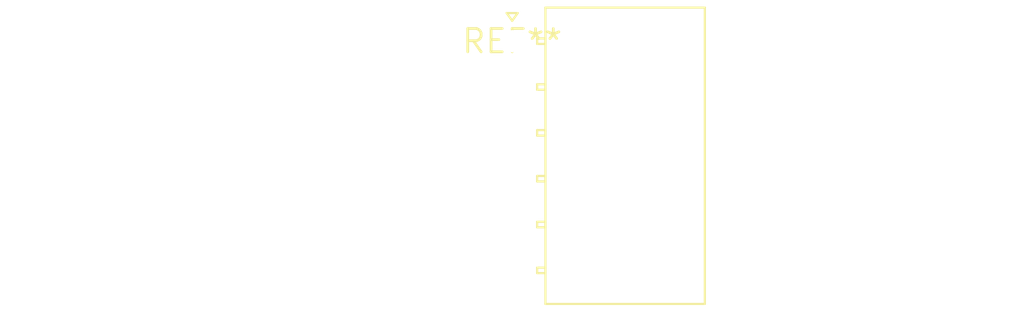
<source format=kicad_pcb>
(kicad_pcb (version 20240108) (generator pcbnew)
  (layers (0 "F.Cu" signal) (31 "B.Cu" signal) (34 "B.Paste" user) (35 "F.Paste" user) (36 "B.SilkS" user "B.Silkscreen") (37 "F.SilkS" user "F.Silkscreen") (38 "B.Mask" user) (39 "F.Mask" user) (44 "Edge.Cuts" user))
  (net 0 "")
  (footprint "Molex_Nano-Fit_105313-xx06_1x06_P2.50mm_Horizontal" (layer "F.Cu") (at 0 0)
    (property "Reference" "REF**")
    (property "Value" "Molex_Nano-Fit_105313-xx06_1x06_P2.50mm_Horizontal")
    (fp_line (start -0.3 -1.534264) (end 0 -1.11) (layer "F.SilkS") (stroke (width 0.12)))
    (fp_line (start 0 -1.11) (end 0.3 -1.534264) (layer "F.SilkS") (stroke (width 0.12)))
    (fp_line (start 0.3 -1.534264) (end -0.3 -1.534264) (layer "F.SilkS") (stroke (width 0.12)))
    (fp_line (start 1.36 -0.15) (end 1.36 0.15) (layer "F.SilkS") (stroke (width 0.12)))
    (fp_line (start 1.36 0.15) (end 1.81 0.15) (layer "F.SilkS") (stroke (width 0.12)))
    (fp_line (start 1.36 2.35) (end 1.36 2.65) (layer "F.SilkS") (stroke (width 0.12)))
    (fp_line (start 1.36 2.65) (end 1.81 2.65) (layer "F.SilkS") (stroke (width 0.12)))
    (fp_line (start 1.36 4.85) (end 1.36 5.15) (layer "F.SilkS") (stroke (width 0.12)))
    (fp_line (start 1.36 5.15) (end 1.81 5.15) (layer "F.SilkS") (stroke (width 0.12)))
    (fp_line (start 1.36 7.35) (end 1.36 7.65) (layer "F.SilkS") (stroke (width 0.12)))
    (fp_line (start 1.36 7.65) (end 1.81 7.65) (layer "F.SilkS") (stroke (width 0.12)))
    (fp_line (start 1.36 9.85) (end 1.36 10.15) (layer "F.SilkS") (stroke (width 0.12)))
    (fp_line (start 1.36 10.15) (end 1.81 10.15) (layer "F.SilkS") (stroke (width 0.12)))
    (fp_line (start 1.36 12.35) (end 1.36 12.65) (layer "F.SilkS") (stroke (width 0.12)))
    (fp_line (start 1.36 12.65) (end 1.81 12.65) (layer "F.SilkS") (stroke (width 0.12)))
    (fp_line (start 1.81 -1.83) (end 1.81 14.33) (layer "F.SilkS") (stroke (width 0.12)))
    (fp_line (start 1.81 -0.15) (end 1.36 -0.15) (layer "F.SilkS") (stroke (width 0.12)))
    (fp_line (start 1.81 0.15) (end 1.81 -0.15) (layer "F.SilkS") (stroke (width 0.12)))
    (fp_line (start 1.81 2.35) (end 1.36 2.35) (layer "F.SilkS") (stroke (width 0.12)))
    (fp_line (start 1.81 2.65) (end 1.81 2.35) (layer "F.SilkS") (stroke (width 0.12)))
    (fp_line (start 1.81 4.85) (end 1.36 4.85) (layer "F.SilkS") (stroke (width 0.12)))
    (fp_line (start 1.81 5.15) (end 1.81 4.85) (layer "F.SilkS") (stroke (width 0.12)))
    (fp_line (start 1.81 7.35) (end 1.36 7.35) (layer "F.SilkS") (stroke (width 0.12)))
    (fp_line (start 1.81 7.65) (end 1.81 7.35) (layer "F.SilkS") (stroke (width 0.12)))
    (fp_line (start 1.81 9.85) (end 1.36 9.85) (layer "F.SilkS") (stroke (width 0.12)))
    (fp_line (start 1.81 10.15) (end 1.81 9.85) (layer "F.SilkS") (stroke (width 0.12)))
    (fp_line (start 1.81 12.35) (end 1.36 12.35) (layer "F.SilkS") (stroke (width 0.12)))
    (fp_line (start 1.81 12.65) (end 1.81 12.35) (layer "F.SilkS") (stroke (width 0.12)))
    (fp_line (start 1.81 14.33) (end 10.49 14.33) (layer "F.SilkS") (stroke (width 0.12)))
    (fp_line (start 10.49 -1.83) (end 1.81 -1.83) (layer "F.SilkS") (stroke (width 0.12)))
    (fp_line (start 10.49 14.33) (end 10.49 -1.83) (layer "F.SilkS") (stroke (width 0.12)))
    (pad "" np_thru_hole circle (at 7.18 0) (size 1.7 1.7) (drill 1.7) (layers *.Cu *.Mask))
    (pad "" np_thru_hole circle (at 7.18 12.5) (size 1.7 1.7) (drill 1.7) (layers *.Cu *.Mask))
    (pad "1" thru_hole roundrect (at 0 0) (size 2.2 1.7) (drill 1.2) (layers *.Cu *.Mask) (remove_unused_layers) (roundrect_rratio 0.147059))
    (pad "2" thru_hole oval (at 0 2.5) (size 2.2 1.7) (drill 1.2) (layers *.Cu *.Mask) (remove_unused_layers))
    (pad "3" thru_hole oval (at 0 5) (size 2.2 1.7) (drill 1.2) (layers *.Cu *.Mask) (remove_unused_layers))
    (pad "4" thru_hole oval (at 0 7.5) (size 2.2 1.7) (drill 1.2) (layers *.Cu *.Mask) (remove_unused_layers))
    (pad "5" thru_hole oval (at 0 10) (size 2.2 1.7) (drill 1.2) (layers *.Cu *.Mask) (remove_unused_layers))
    (pad "6" thru_hole oval (at 0 12.5) (size 2.2 1.7) (drill 1.2) (layers *.Cu *.Mask) (remove_unused_layers))
  )
)
</source>
